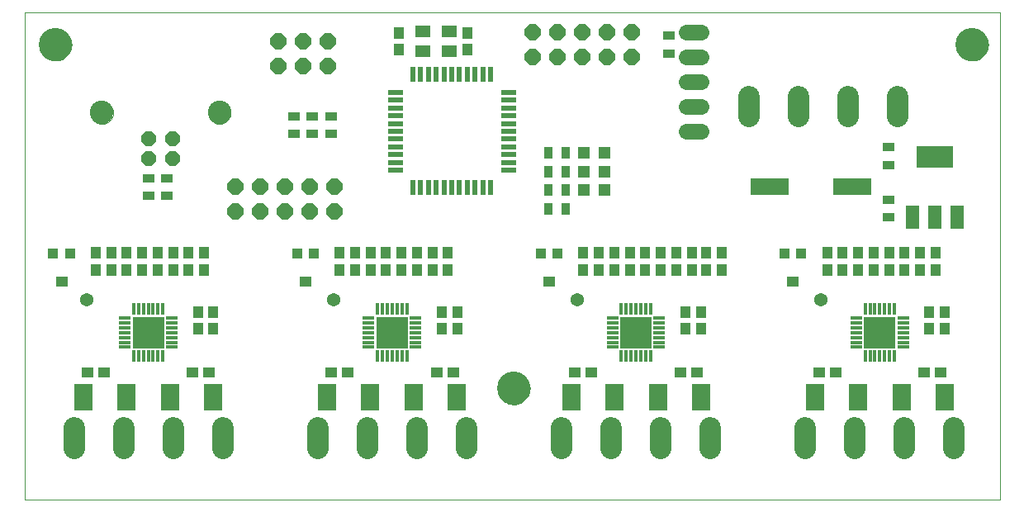
<source format=gts>
G75*
G70*
%OFA0B0*%
%FSLAX24Y24*%
%IPPOS*%
%LPD*%
%AMOC8*
5,1,8,0,0,1.08239X$1,22.5*
%
%ADD10C,0.0000*%
%ADD11C,0.1340*%
%ADD12R,0.0493X0.0158*%
%ADD13R,0.0158X0.0493*%
%ADD14R,0.1280X0.1280*%
%ADD15R,0.0434X0.0394*%
%ADD16R,0.0473X0.0394*%
%ADD17R,0.0434X0.0473*%
%ADD18R,0.0473X0.0434*%
%ADD19C,0.0540*%
%ADD20C,0.0865*%
%ADD21R,0.0749X0.1103*%
%ADD22R,0.0355X0.0512*%
%ADD23R,0.0512X0.0512*%
%ADD24OC8,0.0601*%
%ADD25C,0.0946*%
%ADD26R,0.0512X0.0355*%
%ADD27R,0.0520X0.0920*%
%ADD28R,0.1457X0.0906*%
%ADD29R,0.1575X0.0670*%
%ADD30C,0.0640*%
%ADD31R,0.0237X0.0631*%
%ADD32R,0.0631X0.0237*%
%ADD33R,0.0591X0.0512*%
%ADD34OC8,0.0640*%
D10*
X002640Y008640D02*
X002640Y028325D01*
X042010Y028325D01*
X042010Y008640D01*
X002640Y008640D01*
X021740Y013140D02*
X021742Y013190D01*
X021748Y013240D01*
X021758Y013290D01*
X021771Y013338D01*
X021788Y013386D01*
X021809Y013432D01*
X021833Y013476D01*
X021861Y013518D01*
X021892Y013558D01*
X021926Y013595D01*
X021963Y013630D01*
X022002Y013661D01*
X022043Y013690D01*
X022087Y013715D01*
X022133Y013737D01*
X022180Y013755D01*
X022228Y013769D01*
X022277Y013780D01*
X022327Y013787D01*
X022377Y013790D01*
X022428Y013789D01*
X022478Y013784D01*
X022528Y013775D01*
X022576Y013763D01*
X022624Y013746D01*
X022670Y013726D01*
X022715Y013703D01*
X022758Y013676D01*
X022798Y013646D01*
X022836Y013613D01*
X022871Y013577D01*
X022904Y013538D01*
X022933Y013497D01*
X022959Y013454D01*
X022982Y013409D01*
X023001Y013362D01*
X023016Y013314D01*
X023028Y013265D01*
X023036Y013215D01*
X023040Y013165D01*
X023040Y013115D01*
X023036Y013065D01*
X023028Y013015D01*
X023016Y012966D01*
X023001Y012918D01*
X022982Y012871D01*
X022959Y012826D01*
X022933Y012783D01*
X022904Y012742D01*
X022871Y012703D01*
X022836Y012667D01*
X022798Y012634D01*
X022758Y012604D01*
X022715Y012577D01*
X022670Y012554D01*
X022624Y012534D01*
X022576Y012517D01*
X022528Y012505D01*
X022478Y012496D01*
X022428Y012491D01*
X022377Y012490D01*
X022327Y012493D01*
X022277Y012500D01*
X022228Y012511D01*
X022180Y012525D01*
X022133Y012543D01*
X022087Y012565D01*
X022043Y012590D01*
X022002Y012619D01*
X021963Y012650D01*
X021926Y012685D01*
X021892Y012722D01*
X021861Y012762D01*
X021833Y012804D01*
X021809Y012848D01*
X021788Y012894D01*
X021771Y012942D01*
X021758Y012990D01*
X021748Y013040D01*
X021742Y013090D01*
X021740Y013140D01*
X010057Y024265D02*
X010059Y024307D01*
X010065Y024349D01*
X010075Y024391D01*
X010088Y024431D01*
X010106Y024470D01*
X010127Y024507D01*
X010151Y024541D01*
X010179Y024574D01*
X010209Y024604D01*
X010242Y024630D01*
X010277Y024654D01*
X010315Y024674D01*
X010354Y024690D01*
X010394Y024703D01*
X010436Y024712D01*
X010478Y024717D01*
X010521Y024718D01*
X010563Y024715D01*
X010605Y024708D01*
X010646Y024697D01*
X010686Y024682D01*
X010724Y024664D01*
X010761Y024642D01*
X010795Y024617D01*
X010827Y024589D01*
X010855Y024558D01*
X010881Y024524D01*
X010904Y024488D01*
X010923Y024451D01*
X010939Y024411D01*
X010951Y024370D01*
X010959Y024329D01*
X010963Y024286D01*
X010963Y024244D01*
X010959Y024201D01*
X010951Y024160D01*
X010939Y024119D01*
X010923Y024079D01*
X010904Y024042D01*
X010881Y024006D01*
X010855Y023972D01*
X010827Y023941D01*
X010795Y023913D01*
X010761Y023888D01*
X010724Y023866D01*
X010686Y023848D01*
X010646Y023833D01*
X010605Y023822D01*
X010563Y023815D01*
X010521Y023812D01*
X010478Y023813D01*
X010436Y023818D01*
X010394Y023827D01*
X010354Y023840D01*
X010315Y023856D01*
X010277Y023876D01*
X010242Y023900D01*
X010209Y023926D01*
X010179Y023956D01*
X010151Y023989D01*
X010127Y024023D01*
X010106Y024060D01*
X010088Y024099D01*
X010075Y024139D01*
X010065Y024181D01*
X010059Y024223D01*
X010057Y024265D01*
X005317Y024265D02*
X005319Y024307D01*
X005325Y024349D01*
X005335Y024391D01*
X005348Y024431D01*
X005366Y024470D01*
X005387Y024507D01*
X005411Y024541D01*
X005439Y024574D01*
X005469Y024604D01*
X005502Y024630D01*
X005537Y024654D01*
X005575Y024674D01*
X005614Y024690D01*
X005654Y024703D01*
X005696Y024712D01*
X005738Y024717D01*
X005781Y024718D01*
X005823Y024715D01*
X005865Y024708D01*
X005906Y024697D01*
X005946Y024682D01*
X005984Y024664D01*
X006021Y024642D01*
X006055Y024617D01*
X006087Y024589D01*
X006115Y024558D01*
X006141Y024524D01*
X006164Y024488D01*
X006183Y024451D01*
X006199Y024411D01*
X006211Y024370D01*
X006219Y024329D01*
X006223Y024286D01*
X006223Y024244D01*
X006219Y024201D01*
X006211Y024160D01*
X006199Y024119D01*
X006183Y024079D01*
X006164Y024042D01*
X006141Y024006D01*
X006115Y023972D01*
X006087Y023941D01*
X006055Y023913D01*
X006021Y023888D01*
X005984Y023866D01*
X005946Y023848D01*
X005906Y023833D01*
X005865Y023822D01*
X005823Y023815D01*
X005781Y023812D01*
X005738Y023813D01*
X005696Y023818D01*
X005654Y023827D01*
X005614Y023840D01*
X005575Y023856D01*
X005537Y023876D01*
X005502Y023900D01*
X005469Y023926D01*
X005439Y023956D01*
X005411Y023989D01*
X005387Y024023D01*
X005366Y024060D01*
X005348Y024099D01*
X005335Y024139D01*
X005325Y024181D01*
X005319Y024223D01*
X005317Y024265D01*
X003240Y027015D02*
X003242Y027065D01*
X003248Y027115D01*
X003258Y027165D01*
X003271Y027213D01*
X003288Y027261D01*
X003309Y027307D01*
X003333Y027351D01*
X003361Y027393D01*
X003392Y027433D01*
X003426Y027470D01*
X003463Y027505D01*
X003502Y027536D01*
X003543Y027565D01*
X003587Y027590D01*
X003633Y027612D01*
X003680Y027630D01*
X003728Y027644D01*
X003777Y027655D01*
X003827Y027662D01*
X003877Y027665D01*
X003928Y027664D01*
X003978Y027659D01*
X004028Y027650D01*
X004076Y027638D01*
X004124Y027621D01*
X004170Y027601D01*
X004215Y027578D01*
X004258Y027551D01*
X004298Y027521D01*
X004336Y027488D01*
X004371Y027452D01*
X004404Y027413D01*
X004433Y027372D01*
X004459Y027329D01*
X004482Y027284D01*
X004501Y027237D01*
X004516Y027189D01*
X004528Y027140D01*
X004536Y027090D01*
X004540Y027040D01*
X004540Y026990D01*
X004536Y026940D01*
X004528Y026890D01*
X004516Y026841D01*
X004501Y026793D01*
X004482Y026746D01*
X004459Y026701D01*
X004433Y026658D01*
X004404Y026617D01*
X004371Y026578D01*
X004336Y026542D01*
X004298Y026509D01*
X004258Y026479D01*
X004215Y026452D01*
X004170Y026429D01*
X004124Y026409D01*
X004076Y026392D01*
X004028Y026380D01*
X003978Y026371D01*
X003928Y026366D01*
X003877Y026365D01*
X003827Y026368D01*
X003777Y026375D01*
X003728Y026386D01*
X003680Y026400D01*
X003633Y026418D01*
X003587Y026440D01*
X003543Y026465D01*
X003502Y026494D01*
X003463Y026525D01*
X003426Y026560D01*
X003392Y026597D01*
X003361Y026637D01*
X003333Y026679D01*
X003309Y026723D01*
X003288Y026769D01*
X003271Y026817D01*
X003258Y026865D01*
X003248Y026915D01*
X003242Y026965D01*
X003240Y027015D01*
X040240Y027015D02*
X040242Y027065D01*
X040248Y027115D01*
X040258Y027165D01*
X040271Y027213D01*
X040288Y027261D01*
X040309Y027307D01*
X040333Y027351D01*
X040361Y027393D01*
X040392Y027433D01*
X040426Y027470D01*
X040463Y027505D01*
X040502Y027536D01*
X040543Y027565D01*
X040587Y027590D01*
X040633Y027612D01*
X040680Y027630D01*
X040728Y027644D01*
X040777Y027655D01*
X040827Y027662D01*
X040877Y027665D01*
X040928Y027664D01*
X040978Y027659D01*
X041028Y027650D01*
X041076Y027638D01*
X041124Y027621D01*
X041170Y027601D01*
X041215Y027578D01*
X041258Y027551D01*
X041298Y027521D01*
X041336Y027488D01*
X041371Y027452D01*
X041404Y027413D01*
X041433Y027372D01*
X041459Y027329D01*
X041482Y027284D01*
X041501Y027237D01*
X041516Y027189D01*
X041528Y027140D01*
X041536Y027090D01*
X041540Y027040D01*
X041540Y026990D01*
X041536Y026940D01*
X041528Y026890D01*
X041516Y026841D01*
X041501Y026793D01*
X041482Y026746D01*
X041459Y026701D01*
X041433Y026658D01*
X041404Y026617D01*
X041371Y026578D01*
X041336Y026542D01*
X041298Y026509D01*
X041258Y026479D01*
X041215Y026452D01*
X041170Y026429D01*
X041124Y026409D01*
X041076Y026392D01*
X041028Y026380D01*
X040978Y026371D01*
X040928Y026366D01*
X040877Y026365D01*
X040827Y026368D01*
X040777Y026375D01*
X040728Y026386D01*
X040680Y026400D01*
X040633Y026418D01*
X040587Y026440D01*
X040543Y026465D01*
X040502Y026494D01*
X040463Y026525D01*
X040426Y026560D01*
X040392Y026597D01*
X040361Y026637D01*
X040333Y026679D01*
X040309Y026723D01*
X040288Y026769D01*
X040271Y026817D01*
X040258Y026865D01*
X040248Y026915D01*
X040242Y026965D01*
X040240Y027015D01*
D11*
X040890Y027015D03*
X022390Y013140D03*
X003890Y027015D03*
D12*
X006695Y015981D03*
X006695Y015784D03*
X006695Y015587D03*
X006695Y015390D03*
X006695Y015193D03*
X006695Y014996D03*
X006695Y014799D03*
X008585Y014799D03*
X008585Y014996D03*
X008585Y015193D03*
X008585Y015390D03*
X008585Y015587D03*
X008585Y015784D03*
X008585Y015981D03*
X016538Y015981D03*
X016538Y015784D03*
X016538Y015587D03*
X016538Y015390D03*
X016538Y015193D03*
X016538Y014996D03*
X016538Y014799D03*
X018427Y014799D03*
X018427Y014996D03*
X018427Y015193D03*
X018427Y015390D03*
X018427Y015587D03*
X018427Y015784D03*
X018427Y015981D03*
X026380Y015981D03*
X026380Y015784D03*
X026380Y015587D03*
X026380Y015390D03*
X026380Y015193D03*
X026380Y014996D03*
X026380Y014799D03*
X028270Y014799D03*
X028270Y014996D03*
X028270Y015193D03*
X028270Y015390D03*
X028270Y015587D03*
X028270Y015784D03*
X028270Y015981D03*
X036223Y015981D03*
X036223Y015784D03*
X036223Y015587D03*
X036223Y015390D03*
X036223Y015193D03*
X036223Y014996D03*
X036223Y014799D03*
X038112Y014799D03*
X038112Y014996D03*
X038112Y015193D03*
X038112Y015390D03*
X038112Y015587D03*
X038112Y015784D03*
X038112Y015981D03*
D13*
X037758Y016335D03*
X037561Y016335D03*
X037364Y016335D03*
X037168Y016335D03*
X036971Y016335D03*
X036774Y016335D03*
X036577Y016335D03*
X036577Y014445D03*
X036774Y014445D03*
X036971Y014445D03*
X037168Y014445D03*
X037364Y014445D03*
X037561Y014445D03*
X037758Y014445D03*
X027916Y014445D03*
X027719Y014445D03*
X027522Y014445D03*
X027325Y014445D03*
X027128Y014445D03*
X026931Y014445D03*
X026734Y014445D03*
X026734Y016335D03*
X026931Y016335D03*
X027128Y016335D03*
X027325Y016335D03*
X027522Y016335D03*
X027719Y016335D03*
X027916Y016335D03*
X018073Y016335D03*
X017876Y016335D03*
X017679Y016335D03*
X017483Y016335D03*
X017286Y016335D03*
X017089Y016335D03*
X016892Y016335D03*
X016892Y014445D03*
X017089Y014445D03*
X017286Y014445D03*
X017483Y014445D03*
X017679Y014445D03*
X017876Y014445D03*
X018073Y014445D03*
X008231Y014445D03*
X008034Y014445D03*
X007837Y014445D03*
X007640Y014445D03*
X007443Y014445D03*
X007246Y014445D03*
X007049Y014445D03*
X007049Y016335D03*
X007246Y016335D03*
X007443Y016335D03*
X007640Y016335D03*
X007837Y016335D03*
X008034Y016335D03*
X008231Y016335D03*
D14*
X007640Y015390D03*
X017483Y015390D03*
X027325Y015390D03*
X037168Y015390D03*
D15*
X034002Y018586D03*
X033333Y018586D03*
X024160Y018586D03*
X023490Y018586D03*
X014317Y018586D03*
X013648Y018586D03*
X004475Y018586D03*
X003805Y018586D03*
D16*
X004140Y017444D03*
X013983Y017444D03*
X023825Y017444D03*
X033668Y017444D03*
D17*
X035043Y017930D03*
X035668Y017930D03*
X036293Y017930D03*
X036918Y017930D03*
X037543Y017930D03*
X038168Y017930D03*
X038793Y017930D03*
X039418Y017930D03*
X039418Y018600D03*
X038793Y018600D03*
X038168Y018600D03*
X037543Y018600D03*
X036918Y018600D03*
X036293Y018600D03*
X035668Y018600D03*
X035043Y018600D03*
X039168Y016225D03*
X039793Y016225D03*
X039793Y015555D03*
X039168Y015555D03*
X030795Y017930D03*
X030170Y017930D03*
X029575Y017930D03*
X028950Y017930D03*
X028325Y017930D03*
X027700Y017930D03*
X027075Y017930D03*
X026450Y017930D03*
X025825Y017930D03*
X025200Y017930D03*
X025200Y018600D03*
X025825Y018600D03*
X026450Y018600D03*
X027075Y018600D03*
X027700Y018600D03*
X028325Y018600D03*
X028950Y018600D03*
X029575Y018600D03*
X030170Y018600D03*
X030795Y018600D03*
X029950Y016225D03*
X029325Y016225D03*
X029325Y015555D03*
X029950Y015555D03*
X020108Y015555D03*
X019483Y015555D03*
X019483Y016225D03*
X020108Y016225D03*
X019733Y017930D03*
X019108Y017930D03*
X018483Y017930D03*
X017858Y017930D03*
X017233Y017930D03*
X016608Y017930D03*
X015983Y017930D03*
X015358Y017930D03*
X015358Y018600D03*
X015983Y018600D03*
X016608Y018600D03*
X017233Y018600D03*
X017858Y018600D03*
X018483Y018600D03*
X019108Y018600D03*
X019733Y018600D03*
X010265Y016225D03*
X009640Y016225D03*
X009640Y015555D03*
X010265Y015555D03*
X009890Y017930D03*
X009265Y017930D03*
X008640Y017930D03*
X008015Y017930D03*
X007390Y017930D03*
X006765Y017930D03*
X006140Y017930D03*
X005515Y017930D03*
X005515Y018600D03*
X006140Y018600D03*
X006765Y018600D03*
X007390Y018600D03*
X008015Y018600D03*
X008640Y018600D03*
X009265Y018600D03*
X009890Y018600D03*
X017765Y026805D03*
X017765Y027475D03*
X020515Y027475D03*
X020515Y026805D03*
D18*
X019942Y013765D03*
X019273Y013765D03*
X015692Y013765D03*
X015023Y013765D03*
X010100Y013765D03*
X009430Y013765D03*
X005850Y013765D03*
X005180Y013765D03*
X024865Y013765D03*
X025535Y013765D03*
X029115Y013765D03*
X029785Y013765D03*
X034708Y013765D03*
X035377Y013765D03*
X038958Y013765D03*
X039627Y013765D03*
D19*
X034793Y016715D03*
X024950Y016715D03*
X015108Y016715D03*
X005140Y016715D03*
D20*
X004640Y011553D02*
X004640Y010728D01*
X006640Y010728D02*
X006640Y011553D01*
X008640Y011553D02*
X008640Y010728D01*
X010640Y010728D02*
X010640Y011553D01*
X014483Y011553D02*
X014483Y010728D01*
X016483Y010728D02*
X016483Y011553D01*
X018483Y011553D02*
X018483Y010728D01*
X020483Y010728D02*
X020483Y011553D01*
X024325Y011553D02*
X024325Y010728D01*
X026325Y010728D02*
X026325Y011553D01*
X028325Y011553D02*
X028325Y010728D01*
X030325Y010728D02*
X030325Y011553D01*
X034168Y011553D02*
X034168Y010728D01*
X036168Y010728D02*
X036168Y011553D01*
X038168Y011553D02*
X038168Y010728D01*
X040168Y010728D02*
X040168Y011553D01*
X037890Y024103D02*
X037890Y024928D01*
X035890Y024928D02*
X035890Y024103D01*
X033890Y024103D02*
X033890Y024928D01*
X031890Y024928D02*
X031890Y024103D01*
D21*
X029941Y012765D03*
X028209Y012765D03*
X026441Y012765D03*
X024709Y012765D03*
X020099Y012765D03*
X018366Y012765D03*
X016599Y012765D03*
X014866Y012765D03*
X010256Y012765D03*
X008524Y012765D03*
X006756Y012765D03*
X005024Y012765D03*
X034551Y012765D03*
X036284Y012765D03*
X038051Y012765D03*
X039784Y012765D03*
D22*
X024494Y020390D03*
X023786Y020390D03*
X023786Y021140D03*
X024494Y021140D03*
X024494Y021890D03*
X023786Y021890D03*
X023786Y022640D03*
X024494Y022640D03*
D23*
X025227Y022640D03*
X025227Y021890D03*
X026053Y021890D03*
X026053Y022640D03*
X026053Y021140D03*
X025227Y021140D03*
D24*
X008632Y022411D03*
X007648Y022411D03*
X007648Y023198D03*
X008632Y023198D03*
D25*
X010510Y024265D03*
X005770Y024265D03*
D26*
X007640Y021619D03*
X008390Y021619D03*
X008390Y020911D03*
X007640Y020911D03*
X013515Y023411D03*
X014265Y023411D03*
X015015Y023411D03*
X015015Y024119D03*
X014265Y024119D03*
X013515Y024119D03*
X028640Y026661D03*
X028640Y027369D03*
X037515Y022869D03*
X037515Y022161D03*
X037515Y020744D03*
X037515Y020036D03*
D27*
X038480Y020045D03*
X039390Y020045D03*
X040300Y020045D03*
D28*
X039390Y022485D03*
D29*
X036063Y021265D03*
X032717Y021265D03*
D30*
X029940Y023515D02*
X029340Y023515D01*
X029340Y024515D02*
X029940Y024515D01*
X029940Y025515D02*
X029340Y025515D01*
X029340Y026515D02*
X029940Y026515D01*
X029940Y027515D02*
X029340Y027515D01*
D31*
X021465Y025798D03*
X021150Y025798D03*
X020835Y025798D03*
X020520Y025798D03*
X020205Y025798D03*
X019890Y025798D03*
X019575Y025798D03*
X019260Y025798D03*
X018945Y025798D03*
X018630Y025798D03*
X018315Y025798D03*
X018315Y021232D03*
X018630Y021232D03*
X018945Y021232D03*
X019260Y021232D03*
X019575Y021232D03*
X019890Y021232D03*
X020205Y021232D03*
X020520Y021232D03*
X020835Y021232D03*
X021150Y021232D03*
X021465Y021232D03*
D32*
X022173Y021940D03*
X022173Y022255D03*
X022173Y022570D03*
X022173Y022885D03*
X022173Y023200D03*
X022173Y023515D03*
X022173Y023830D03*
X022173Y024145D03*
X022173Y024460D03*
X022173Y024775D03*
X022173Y025090D03*
X017607Y025090D03*
X017607Y024775D03*
X017607Y024460D03*
X017607Y024145D03*
X017607Y023830D03*
X017607Y023515D03*
X017607Y023200D03*
X017607Y022885D03*
X017607Y022570D03*
X017607Y022255D03*
X017607Y021940D03*
D33*
X018734Y026746D03*
X018734Y027534D03*
X019796Y027534D03*
X019796Y026746D03*
D34*
X023140Y026515D03*
X024140Y026515D03*
X025140Y026515D03*
X026140Y026515D03*
X027140Y026515D03*
X027140Y027515D03*
X026140Y027515D03*
X025140Y027515D03*
X024140Y027515D03*
X023140Y027515D03*
X014890Y027140D03*
X013890Y027140D03*
X012890Y027140D03*
X012890Y026140D03*
X013890Y026140D03*
X014890Y026140D03*
X015140Y021265D03*
X014140Y021265D03*
X013140Y021265D03*
X012140Y021265D03*
X011140Y021265D03*
X011140Y020265D03*
X012140Y020265D03*
X013140Y020265D03*
X014140Y020265D03*
X015140Y020265D03*
M02*

</source>
